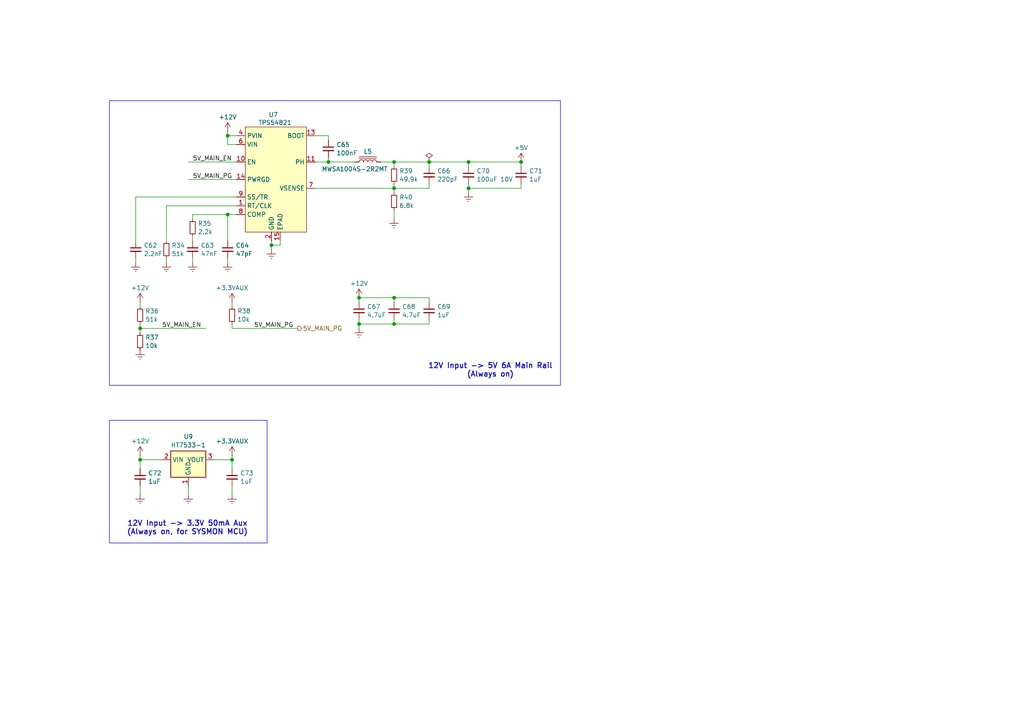
<source format=kicad_sch>
(kicad_sch (version 20231120) (generator "eeschema") (generator_version "8.0")
  (paper "A4")
  (title_block (title "Power Supply 1 (Main 5V, Aux 3.3V)"))
  (lib_symbols
    (symbol "CHIPSAlliance_Power:Earth" (power) (pin_names (offset 0))
      (symbol "Earth_0_1"
        (polyline (pts (xy -0.635 -1.905) (xy 0.635 -1.905)))
        (polyline (pts (xy -0.127 -2.54) (xy 0.127 -2.54)))
        (polyline (pts (xy 0 -1.27) (xy 0 0)))
        (polyline (pts (xy 1.27 -1.27) (xy -1.27 -1.27)))
      )
      (symbol "Earth_1_1"
        (pin power_in line (at 0 0 270) (length 0) hide (name "Earth") (number "1"))
      )
    )
    (symbol "CHIPSAlliance_Power:PWR_FLAG" (power) (pin_numbers hide) (pin_names (offset 0) hide)
      (property "Value" "PWR_FLAG" (at 0 3.81 0))
      (symbol "PWR_FLAG_0_0"
        (pin power_out line (at 0 0 90) (length 0) (name "pwr") (number "1"))
      )
      (symbol "PWR_FLAG_0_1"
        (polyline (pts (xy 0 0) (xy 0 1.27) (xy -1.016 1.905) (xy 0 2.54) (xy 1.016 1.905) (xy 0 1.27)))
      )
    )
    (symbol "CHIPSAlliance_Regulator_Switching:TPS54821"
      (property "Reference" "U" (at -5.08 16.51 0))
      (property "Value" "TPS54821" (at 5.715 16.51 0))
      (symbol "TPS54821_0_0"
        (pin passive line (at -10.16 -7.62 0) (length 2.54) (name "RT/CLK") (number "1"))
        (pin input line (at -10.16 5.08 0) (length 2.54) (name "EN") (number "10"))
        (pin power_out line (at 12.7 5.08 180) (length 2.54) (name "PH") (number "11"))
        (pin passive line (at 12.7 12.7 180) (length 2.54) (name "BOOT") (number "13"))
        (pin open_collector line (at -10.16 0 0) (length 2.54) (name "PWRGD") (number "14"))
        (pin power_in line (at 2.54 -17.78 90) (length 2.54) (name "EPAD") (number "15"))
        (pin power_in line (at 0 -17.78 90) (length 2.54) (name "GND") (number "2"))
        (pin power_in line (at -10.16 12.7 0) (length 2.54) (name "PVIN") (number "4"))
        (pin power_in line (at -10.16 10.16 0) (length 2.54) (name "VIN") (number "6"))
        (pin input line (at 12.7 -2.54 180) (length 2.54) (name "VSENSE") (number "7"))
        (pin passive line (at -10.16 -10.16 0) (length 2.54) (name "COMP") (number "8"))
        (pin passive line (at -10.16 -5.08 0) (length 2.54) (name "SS/TR") (number "9"))
      )
      (symbol "TPS54821_1_0"
        (pin passive line (at 12.7 5.08 180) (length 2.54) hide (name "PH") (number "12"))
        (pin passive line (at 0 -17.78 90) (length 2.54) hide (name "GND") (number "3"))
        (pin passive line (at -10.16 12.7 0) (length 2.54) hide (name "PVIN") (number "5"))
      )
      (symbol "TPS54821_1_1"
        (rectangle (start -7.62 15.24) (end 10.16 -15.24) (fill (type background)))
      )
    )
    (symbol "Device:C_Small" (pin_numbers hide) (pin_names (offset 0.254) hide)
      (property "Reference" "C" (at 0.254 1.778 0))
      (property "Value" "C_Small" (at 0.254 -2.032 0))
      (symbol "C_Small_0_1"
        (polyline (pts (xy -1.524 -0.508) (xy 1.524 -0.508)) (stroke (width 0.3302)))
        (polyline (pts (xy -1.524 0.508) (xy 1.524 0.508)) (stroke (width 0.3048)))
      )
      (symbol "C_Small_1_1"
        (pin passive line (at 0 2.54 270) (length 2.032) (name "~") (number "1"))
        (pin passive line (at 0 -2.54 90) (length 2.032) (name "~") (number "2"))
      )
    )
    (symbol "Device:L_Iron" (pin_numbers hide) (pin_names (offset 1.016) hide)
      (property "Reference" "L" (at -1.27 0 90))
      (property "Value" "L_Iron" (at 2.794 0 90))
      (symbol "L_Iron_0_1"
        (arc (start 0 -2.54) (mid 0.6323 -1.905) (end 0 -1.27))
        (arc (start 0 -1.27) (mid 0.6323 -0.635) (end 0 0))
        (polyline (pts (xy 1.016 2.54) (xy 1.016 -2.54)))
        (polyline (pts (xy 1.524 -2.54) (xy 1.524 2.54)))
        (arc (start 0 0) (mid 0.6323 0.635) (end 0 1.27))
        (arc (start 0 1.27) (mid 0.6323 1.905) (end 0 2.54))
      )
      (symbol "L_Iron_1_1"
        (pin passive line (at 0 3.81 270) (length 1.27) (name "1") (number "1"))
        (pin passive line (at 0 -3.81 90) (length 1.27) (name "2") (number "2"))
      )
    )
    (symbol "Device:R_Small" (pin_numbers hide) (pin_names (offset 0.254) hide)
      (property "Reference" "R" (at 0.762 0.508 0))
      (property "Value" "R_Small" (at 0.762 -1.016 0))
      (symbol "R_Small_0_1"
        (rectangle (start -0.762 1.778) (end 0.762 -1.778) (stroke (width 0.2032)))
      )
      (symbol "R_Small_1_1"
        (pin passive line (at 0 2.54 270) (length 0.762) (name "~") (number "1"))
        (pin passive line (at 0 -2.54 90) (length 0.762) (name "~") (number "2"))
      )
    )
    (symbol "Regulator_Linear:HT75xx-1-SOT89"
      (property "Reference" "U" (at -5.08 -3.81 0))
      (property "Value" "HT75xx-1-SOT89" (at 0 6.35 0))
      (symbol "HT75xx-1-SOT89_0_1"
        (rectangle (start -5.08 5.08) (end 5.08 -2.54) (stroke (width 0.254)) (fill (type background)))
      )
      (symbol "HT75xx-1-SOT89_1_1"
        (pin power_in line (at 0 -5.08 90) (length 2.54) (name "GND") (number "1"))
        (pin power_in line (at -7.62 2.54 0) (length 2.54) (name "VIN") (number "2"))
        (pin power_out line (at 7.62 2.54 180) (length 2.54) (name "VOUT") (number "3"))
      )
    )
    (symbol "power:+12V" (power) (pin_numbers hide) (pin_names (offset 0) hide)
      (property "Value" "+12V" (at 0 3.556 0))
      (symbol "+12V_0_1"
        (polyline (pts (xy -0.762 1.27) (xy 0 2.54)))
        (polyline (pts (xy 0 0) (xy 0 2.54)))
        (polyline (pts (xy 0 2.54) (xy 0.762 1.27)))
      )
      (symbol "+12V_1_1"
        (pin power_in line (at 0 0 90) (length 0) (name "~") (number "1"))
      )
    )
    (symbol "power:+5V" (power) (pin_numbers hide) (pin_names (offset 0) hide)
      (property "Value" "+5V" (at 0 3.556 0))
      (symbol "+5V_0_1"
        (polyline (pts (xy -0.762 1.27) (xy 0 2.54)))
        (polyline (pts (xy 0 0) (xy 0 2.54)))
        (polyline (pts (xy 0 2.54) (xy 0.762 1.27)))
      )
      (symbol "+5V_1_1"
        (pin power_in line (at 0 0 90) (length 0) (name "~") (number "1"))
      )
    )
  )
  (junction (at 40.64 133.35))
  (junction (at 114.3 86.36))
  (junction (at 95.25 46.99))
  (junction (at 104.14 93.98))
  (junction (at 104.14 86.36))
  (junction (at 135.89 46.99))
  (junction (at 151.13 46.99))
  (junction (at 124.46 46.99))
  (junction (at 78.74 71.12))
  (junction (at 67.31 133.35))
  (junction (at 114.3 93.98))
  (junction (at 66.04 39.37))
  (junction (at 114.3 54.61))
  (junction (at 135.89 54.61))
  (junction (at 66.04 62.23))
  (junction (at 40.64 95.25))
  (junction (at 114.3 46.99))
  (wire (pts (xy 40.64 133.35) (xy 46.99 133.35)))
  (wire (pts (xy 114.3 86.36) (xy 104.14 86.36)))
  (wire (pts (xy 55.88 63.5) (xy 55.88 62.23)))
  (wire (pts (xy 135.89 46.99) (xy 124.46 46.99)))
  (wire (pts (xy 39.37 69.85) (xy 39.37 57.15)))
  (wire (pts (xy 151.13 46.99) (xy 135.89 46.99)))
  (wire (pts (xy 67.31 132.08) (xy 67.31 133.35)))
  (wire (pts (xy 124.46 86.36) (xy 114.3 86.36)))
  (wire (pts (xy 40.64 132.08) (xy 40.64 133.35)))
  (wire (pts (xy 104.14 92.71) (xy 104.14 93.98)))
  (wire (pts (xy 39.37 76.2) (xy 39.37 74.93)))
  (wire (pts (xy 114.3 93.98) (xy 104.14 93.98)))
  (wire (pts (xy 67.31 133.35) (xy 67.31 135.89)))
  (wire (pts (xy 78.74 69.85) (xy 78.74 71.12)))
  (wire (pts (xy 135.89 53.34) (xy 135.89 54.61)))
  (wire (pts (xy 124.46 46.99) (xy 114.3 46.99)))
  (wire (pts (xy 114.3 92.71) (xy 114.3 93.98)))
  (wire (pts (xy 66.04 74.93) (xy 66.04 76.2)))
  (wire (pts (xy 135.89 54.61) (xy 135.89 55.88)))
  (wire (pts (xy 54.61 46.99) (xy 68.58 46.99)))
  (wire (pts (xy 135.89 48.26) (xy 135.89 46.99)))
  (wire (pts (xy 67.31 87.63) (xy 67.31 88.9)))
  (wire (pts (xy 54.61 52.07) (xy 68.58 52.07)))
  (wire (pts (xy 114.3 54.61) (xy 114.3 55.88)))
  (wire (pts (xy 124.46 93.98) (xy 114.3 93.98)))
  (wire (pts (xy 124.46 54.61) (xy 114.3 54.61)))
  (wire (pts (xy 114.3 60.96) (xy 114.3 63.5)))
  (wire (pts (xy 40.64 88.9) (xy 40.64 87.63)))
  (wire (pts (xy 124.46 48.26) (xy 124.46 46.99)))
  (wire (pts (xy 67.31 95.25) (xy 86.36 95.25)))
  (wire (pts (xy 39.37 57.15) (xy 68.58 57.15)))
  (wire (pts (xy 40.64 133.35) (xy 40.64 135.89)))
  (wire (pts (xy 124.46 53.34) (xy 124.46 54.61)))
  (wire (pts (xy 151.13 53.34) (xy 151.13 54.61)))
  (wire (pts (xy 110.49 46.99) (xy 114.3 46.99)))
  (wire (pts (xy 55.88 74.93) (xy 55.88 76.2)))
  (wire (pts (xy 67.31 140.97) (xy 67.31 143.51)))
  (wire (pts (xy 40.64 95.25) (xy 59.69 95.25)))
  (wire (pts (xy 78.74 71.12) (xy 78.74 72.39)))
  (wire (pts (xy 55.88 68.58) (xy 55.88 69.85)))
  (wire (pts (xy 55.88 62.23) (xy 66.04 62.23)))
  (wire (pts (xy 66.04 41.91) (xy 66.04 39.37)))
  (wire (pts (xy 91.44 46.99) (xy 95.25 46.99)))
  (wire (pts (xy 124.46 92.71) (xy 124.46 93.98)))
  (wire (pts (xy 91.44 39.37) (xy 95.25 39.37)))
  (wire (pts (xy 104.14 87.63) (xy 104.14 86.36)))
  (wire (pts (xy 114.3 53.34) (xy 114.3 54.61)))
  (wire (pts (xy 151.13 48.26) (xy 151.13 46.99)))
  (wire (pts (xy 81.28 69.85) (xy 81.28 71.12)))
  (wire (pts (xy 95.25 46.99) (xy 102.87 46.99)))
  (wire (pts (xy 48.26 59.69) (xy 68.58 59.69)))
  (wire (pts (xy 124.46 87.63) (xy 124.46 86.36)))
  (wire (pts (xy 68.58 41.91) (xy 66.04 41.91)))
  (wire (pts (xy 114.3 46.99) (xy 114.3 48.26)))
  (wire (pts (xy 66.04 39.37) (xy 68.58 39.37)))
  (wire (pts (xy 54.61 140.97) (xy 54.61 143.51)))
  (wire (pts (xy 40.64 140.97) (xy 40.64 143.51)))
  (wire (pts (xy 95.25 39.37) (xy 95.25 40.64)))
  (wire (pts (xy 91.44 54.61) (xy 114.3 54.61)))
  (wire (pts (xy 66.04 69.85) (xy 66.04 62.23)))
  (wire (pts (xy 62.23 133.35) (xy 67.31 133.35)))
  (wire (pts (xy 66.04 62.23) (xy 68.58 62.23)))
  (wire (pts (xy 114.3 86.36) (xy 114.3 87.63)))
  (wire (pts (xy 66.04 38.1) (xy 66.04 39.37)))
  (wire (pts (xy 95.25 45.72) (xy 95.25 46.99)))
  (wire (pts (xy 67.31 95.25) (xy 67.31 93.98)))
  (wire (pts (xy 48.26 59.69) (xy 48.26 69.85)))
  (wire (pts (xy 48.26 76.2) (xy 48.26 74.93)))
  (wire (pts (xy 40.64 93.98) (xy 40.64 95.25)))
  (wire (pts (xy 81.28 71.12) (xy 78.74 71.12)))
  (wire (pts (xy 104.14 93.98) (xy 104.14 95.25)))
  (wire (pts (xy 40.64 95.25) (xy 40.64 96.52)))
  (wire (pts (xy 151.13 54.61) (xy 135.89 54.61)))
  (rectangle (start 31.75 121.92) (end 77.47 157.48))
  (rectangle (start 31.75 29.21) (end 162.56 111.76))
  (text "12V Input -> 3.3V 50mA Aux\n(Always on, for SYSMON MCU)" (at 54.356 153.162 0) (effects (font (size 1.524 1.524) (thickness 0.254) (bold yes))))
  (text "12V Input -> 5V 6A Main Rail\n(Always on)" (at 142.24 107.442 0) (effects (font (size 1.524 1.524) (thickness 0.254) (bold yes))))
  (label "5V_MAIN_PG" (at 73.66 95.25 0))
  (label "5V_MAIN_EN" (at 55.88 46.99 0))
  (label "5V_MAIN_EN" (at 46.99 95.25 0))
  (label "5V_MAIN_PG" (at 55.88 52.07 0))
  (hierarchical_label "5V_MAIN_PG" (shape output) (at 86.36 95.25 0))
  (symbol (lib_id "power:+12V") (at 40.64 87.63 0) (unit 1)
    (property "Reference" "#PWR080" (effects (hide yes)))
    (property "Value" "+12V" (at 40.64 83.4969 0))
    (property "Description" "Power symbol creates a global label with name \"+12V\"" (effects (hide yes)))
  )
  (symbol (lib_id "CHIPSAlliance_Power:Earth") (at 104.14 95.25 0) (unit 1)
    (property "Reference" "#PWR084" (effects (hide yes)))
    (property "Value" "Earth" (effects (hide yes)))
    (property "Description" "Power symbol creates a global label with name \"Earth\"" (effects (hide yes)))
  )
  (symbol (lib_id "CHIPSAlliance_Power:Earth") (at 67.31 143.51 0) (unit 1)
    (property "Reference" "#PWR091" (effects (hide yes)))
    (property "Value" "Earth" (effects (hide yes)))
    (property "Description" "Power symbol creates a global label with name \"Earth\"" (effects (hide yes)))
  )
  (symbol (lib_id "Device:R_Small") (at 40.64 99.06 180) (unit 1)
    (property "Reference" "R37" (at 42.1386 97.8478 0) (effects (justify right)))
    (property "Value" "10k" (at 42.1386 100.2721 0) (effects (justify right)))
    (property "Footprint" "Resistor_SMD:R_0402_1005Metric" (effects (hide yes)))
    (property "Description" "Resistor, small symbol" (effects (hide yes)))
  )
  (symbol (lib_id "CHIPSAlliance_Power:Earth") (at 66.04 76.2 0) (unit 1)
    (property "Reference" "#PWR076" (effects (hide yes)))
    (property "Value" "Earth" (effects (hide yes)))
    (property "Description" "Power symbol creates a global label with name \"Earth\"" (effects (hide yes)))
  )
  (symbol (lib_id "CHIPSAlliance_Regulator_Switching:TPS54821") (at 78.74 52.07 0) (unit 1)
    (property "Reference" "U7" (at 79.248 33.274 0))
    (property "Value" "TPS54821" (at 79.756 35.56 0))
    (property "Footprint" "Package_DFN_QFN:Texas_VQFN-RHL-20" (effects (hide yes)))
    (property "Datasheet" "https://www.ti.com/lit/ds/symlink/tps54821.pdf" (effects (hide yes)))
    (property "Description" "4.5-V to 17-V, 8-A synchronous buck converter with hiccup current limit" (effects (hide yes)))
    (property "LCSC Part" "C57461" (effects (hide yes)))
  )
  (symbol (lib_id "Device:R_Small") (at 114.3 58.42 180) (unit 1)
    (property "Reference" "R40" (at 115.7986 57.2078 0) (effects (justify right)))
    (property "Value" "6.8k" (at 115.7986 59.6321 0) (effects (justify right)))
    (property "Footprint" "Resistor_SMD:R_0402_1005Metric" (effects (hide yes)))
    (property "Description" "Resistor, small symbol" (effects (hide yes)))
  )
  (symbol (lib_id "Device:C_Small") (at 55.88 72.39 0) (unit 1)
    (property "Reference" "C63" (at 58.2041 71.1841 0) (effects (justify left)))
    (property "Value" "47nF" (at 58.2041 73.6084 0) (effects (justify left)))
    (property "Footprint" "Capacitor_SMD:C_0402_1005Metric" (effects (hide yes)))
    (property "Description" "Unpolarized capacitor, small symbol" (effects (hide yes)))
  )
  (symbol (lib_id "Device:C_Small") (at 66.04 72.39 0) (unit 1)
    (property "Reference" "C64" (at 68.3641 71.1841 0) (effects (justify left)))
    (property "Value" "47pF" (at 68.3641 73.6084 0) (effects (justify left)))
    (property "Footprint" "Capacitor_SMD:C_0402_1005Metric" (effects (hide yes)))
    (property "Description" "Unpolarized capacitor, small symbol" (effects (hide yes)))
  )
  (symbol (lib_id "Device:R_Small") (at 114.3 50.8 180) (unit 1)
    (property "Reference" "R39" (at 115.7986 49.5878 0) (effects (justify right)))
    (property "Value" "49.9k" (at 115.7986 52.0121 0) (effects (justify right)))
    (property "Footprint" "Resistor_SMD:R_0402_1005Metric" (effects (hide yes)))
    (property "Description" "Resistor, small symbol" (effects (hide yes)))
  )
  (symbol (lib_id "CHIPSAlliance_Power:Earth") (at 40.64 101.6 0) (unit 1)
    (property "Reference" "#PWR079" (effects (hide yes)))
    (property "Value" "Earth" (effects (hide yes)))
    (property "Description" "Power symbol creates a global label with name \"Earth\"" (effects (hide yes)))
  )
  (symbol (lib_id "Device:R_Small") (at 48.26 72.39 180) (unit 1)
    (property "Reference" "R34" (at 49.7586 71.1778 0) (effects (justify right)))
    (property "Value" "51k" (at 49.7586 73.6021 0) (effects (justify right)))
    (property "Footprint" "Resistor_SMD:R_0402_1005Metric" (effects (hide yes)))
    (property "Description" "Resistor, small symbol" (effects (hide yes)))
  )
  (symbol (lib_id "Device:C_Small") (at 95.25 43.18 0) (unit 1)
    (property "Reference" "C65" (at 97.5741 41.9741 0) (effects (justify left)))
    (property "Value" "100nF" (at 97.5741 44.3984 0) (effects (justify left)))
    (property "Footprint" "Capacitor_SMD:C_0402_1005Metric" (effects (hide yes)))
    (property "Description" "Unpolarized capacitor, small symbol" (effects (hide yes)))
  )
  (symbol (lib_id "Device:C_Small") (at 124.46 50.8 0) (unit 1)
    (property "Reference" "C66" (at 126.7841 49.5941 0) (effects (justify left)))
    (property "Value" "220pF" (at 126.7841 52.0184 0) (effects (justify left)))
    (property "Footprint" "Capacitor_SMD:C_0402_1005Metric" (effects (hide yes)))
    (property "Description" "Unpolarized capacitor, small symbol" (effects (hide yes)))
  )
  (symbol (lib_id "Device:C_Small") (at 114.3 90.17 0) (unit 1)
    (property "Reference" "C68" (at 116.6241 88.9641 0) (effects (justify left)))
    (property "Value" "4.7uF" (at 116.6241 91.3884 0) (effects (justify left)))
    (property "Footprint" "Capacitor_SMD:C_0402_1005Metric" (effects (hide yes)))
    (property "Description" "Unpolarized capacitor, small symbol" (effects (hide yes)))
  )
  (symbol (lib_id "power:+5V") (at 151.13 46.99 0) (unit 1)
    (property "Reference" "#PWR086" (effects (hide yes)))
    (property "Value" "+5V" (at 151.13 42.8569 0))
    (property "Description" "Power symbol creates a global label with name \"+5V\"" (effects (hide yes)))
  )
  (symbol (lib_id "Device:C_Small") (at 135.89 50.8 0) (unit 1)
    (property "Reference" "C70" (at 138.2141 49.5941 0) (effects (justify left)))
    (property "Value" "100uF 10V" (at 138.2141 52.0184 0) (effects (justify left)))
    (property "Footprint" "Capacitor_SMD:C_1206_3216Metric" (effects (hide yes)))
    (property "Description" "Unpolarized capacitor, small symbol" (effects (hide yes)))
  )
  (symbol (lib_id "CHIPSAlliance_Power:Earth") (at 48.26 76.2 0) (unit 1)
    (property "Reference" "#PWR074" (effects (hide yes)))
    (property "Value" "Earth" (effects (hide yes)))
    (property "Description" "Power symbol creates a global label with name \"Earth\"" (effects (hide yes)))
  )
  (symbol (lib_id "Regulator_Linear:HT75xx-1-SOT89") (at 54.61 135.89 0) (unit 1)
    (property "Reference" "U9" (at 54.61 126.6655 0))
    (property "Value" "HT7533-1" (at 54.61 129.0898 0))
    (property "Footprint" "Package_TO_SOT_SMD:SOT-89-3" (effects (hide yes)))
    (property "Datasheet" "https://www.holtek.com/documents/10179/116711/HT75xx-1v250.pdf" (effects (hide yes)))
    (property "Description" "100mA Low Dropout Voltage Regulator, Fixed Output, SOT89" (effects (hide yes)))
  )
  (symbol (lib_id "Device:R_Small") (at 55.88 66.04 180) (unit 1)
    (property "Reference" "R35" (at 57.3786 64.8278 0) (effects (justify right)))
    (property "Value" "2.2k" (at 57.3786 67.2521 0) (effects (justify right)))
    (property "Footprint" "Resistor_SMD:R_0402_1005Metric" (effects (hide yes)))
    (property "Description" "Resistor, small symbol" (effects (hide yes)))
  )
  (symbol (lib_id "power:+12V") (at 67.31 132.08 0) (unit 1)
    (property "Reference" "#PWR087" (effects (hide yes)))
    (property "Value" "+3.3VAUX" (at 67.31 127.9469 0))
    (property "Description" "Power symbol creates a global label with name \"+3.3VAUX\"" (effects (hide yes)))
  )
  (symbol (lib_id "CHIPSAlliance_Power:PWR_FLAG") (at 124.46 46.99 0) (unit 1)
    (property "Reference" "#FLG03" (effects (hide yes)))
    (property "Value" "PWR_FLAG" (effects (hide yes)))
    (property "Description" "Special symbol for telling ERC where power comes from" (effects (hide yes)))
  )
  (symbol (lib_id "power:+12V") (at 104.14 86.36 0) (unit 1)
    (property "Reference" "#PWR083" (effects (hide yes)))
    (property "Value" "+12V" (at 104.14 82.2269 0))
    (property "Description" "Power symbol creates a global label with name \"+12V\"" (effects (hide yes)))
  )
  (symbol (lib_id "Device:C_Small") (at 151.13 50.8 0) (unit 1)
    (property "Reference" "C71" (at 153.4541 49.5941 0) (effects (justify left)))
    (property "Value" "1uF" (at 153.4541 52.0184 0) (effects (justify left)))
    (property "Footprint" "Capacitor_SMD:C_0402_1005Metric" (effects (hide yes)))
    (property "Description" "Unpolarized capacitor, small symbol" (effects (hide yes)))
  )
  (symbol (lib_id "Device:C_Small") (at 124.46 90.17 0) (unit 1)
    (property "Reference" "C69" (at 126.7841 88.9641 0) (effects (justify left)))
    (property "Value" "1uF" (at 126.7841 91.3884 0) (effects (justify left)))
    (property "Footprint" "Capacitor_SMD:C_0402_1005Metric" (effects (hide yes)))
    (property "Description" "Unpolarized capacitor, small symbol" (effects (hide yes)))
  )
  (symbol (lib_id "Device:C_Small") (at 39.37 72.39 0) (unit 1)
    (property "Reference" "C62" (at 41.6941 71.1841 0) (effects (justify left)))
    (property "Value" "2.2nF" (at 41.6941 73.6084 0) (effects (justify left)))
    (property "Footprint" "Capacitor_SMD:C_0402_1005Metric" (effects (hide yes)))
    (property "Description" "Unpolarized capacitor, small symbol" (effects (hide yes)))
  )
  (symbol (lib_id "Device:C_Small") (at 104.14 90.17 0) (unit 1)
    (property "Reference" "C67" (at 106.4641 88.9641 0) (effects (justify left)))
    (property "Value" "4.7uF" (at 106.4641 91.3884 0) (effects (justify left)))
    (property "Footprint" "Capacitor_SMD:C_0402_1005Metric" (effects (hide yes)))
    (property "Description" "Unpolarized capacitor, small symbol" (effects (hide yes)))
  )
  (symbol (lib_id "Device:L_Iron") (at 106.68 46.99 90) (unit 1)
    (property "Reference" "L5" (at 106.68 43.942 90))
    (property "Value" "MWSA1004S-2R2MT" (at 102.87 49.022 90))
    (property "Footprint" "Inductor_SMD:L_Sunlord_MWSA1004S" (effects (hide yes)))
    (property "Datasheet" "https://atta.szlcsc.com/upload/public/pdf/source/20231024/D9DB0CBBB5804BFBC9233D4A02F4216A.pdf" (effects (hide yes)))
    (property "Description" "Inductor with iron core" (effects (hide yes)))
    (property "LCSC Part" "C408482" (effects (hide yes)))
  )
  (symbol (lib_id "power:+12V") (at 66.04 38.1 0) (unit 1)
    (property "Reference" "#PWR078" (effects (hide yes)))
    (property "Value" "+12V" (at 66.04 33.9669 0))
    (property "Description" "Power symbol creates a global label with name \"+12V\"" (effects (hide yes)))
  )
  (symbol (lib_id "CHIPSAlliance_Power:Earth") (at 55.88 76.2 0) (unit 1)
    (property "Reference" "#PWR075" (effects (hide yes)))
    (property "Value" "Earth" (effects (hide yes)))
    (property "Description" "Power symbol creates a global label with name \"Earth\"" (effects (hide yes)))
  )
  (symbol (lib_id "CHIPSAlliance_Power:Earth") (at 78.74 72.39 0) (unit 1)
    (property "Reference" "#PWR077" (effects (hide yes)))
    (property "Value" "Earth" (effects (hide yes)))
    (property "Description" "Power symbol creates a global label with name \"Earth\"" (effects (hide yes)))
  )
  (symbol (lib_id "CHIPSAlliance_Power:Earth") (at 39.37 76.2 0) (unit 1)
    (property "Reference" "#PWR073" (effects (hide yes)))
    (property "Value" "Earth" (effects (hide yes)))
    (property "Description" "Power symbol creates a global label with name \"Earth\"" (effects (hide yes)))
  )
  (symbol (lib_id "CHIPSAlliance_Power:Earth") (at 40.64 143.51 0) (unit 1)
    (property "Reference" "#PWR089" (effects (hide yes)))
    (property "Value" "Earth" (effects (hide yes)))
    (property "Description" "Power symbol creates a global label with name \"Earth\"" (effects (hide yes)))
  )
  (symbol (lib_id "Device:C_Small") (at 67.31 138.43 0) (unit 1)
    (property "Reference" "C73" (at 69.6341 137.2241 0) (effects (justify left)))
    (property "Value" "1uF" (at 69.6341 139.6484 0) (effects (justify left)))
    (property "Footprint" "Capacitor_SMD:C_0402_1005Metric" (effects (hide yes)))
    (property "Description" "Unpolarized capacitor, small symbol" (effects (hide yes)))
  )
  (symbol (lib_id "Device:C_Small") (at 40.64 138.43 0) (unit 1)
    (property "Reference" "C72" (at 42.9641 137.2241 0) (effects (justify left)))
    (property "Value" "1uF" (at 42.9641 139.6484 0) (effects (justify left)))
    (property "Footprint" "Capacitor_SMD:C_0402_1005Metric" (effects (hide yes)))
    (property "Description" "Unpolarized capacitor, small symbol" (effects (hide yes)))
  )
  (symbol (lib_id "Device:R_Small") (at 40.64 91.44 180) (unit 1)
    (property "Reference" "R36" (at 42.1386 90.2278 0) (effects (justify right)))
    (property "Value" "51k" (at 42.1386 92.6521 0) (effects (justify right)))
    (property "Footprint" "Resistor_SMD:R_0402_1005Metric" (effects (hide yes)))
    (property "Description" "Resistor, small symbol" (effects (hide yes)))
  )
  (symbol (lib_id "power:+12V") (at 40.64 132.08 0) (unit 1)
    (property "Reference" "#PWR088" (effects (hide yes)))
    (property "Value" "+12V" (at 40.64 127.9469 0))
    (property "Description" "Power symbol creates a global label with name \"+12V\"" (effects (hide yes)))
  )
  (symbol (lib_id "CHIPSAlliance_Power:Earth") (at 114.3 63.5 0) (unit 1)
    (property "Reference" "#PWR082" (effects (hide yes)))
    (property "Value" "Earth" (effects (hide yes)))
    (property "Description" "Power symbol creates a global label with name \"Earth\"" (effects (hide yes)))
  )
  (symbol (lib_id "CHIPSAlliance_Power:Earth") (at 135.89 55.88 0) (unit 1)
    (property "Reference" "#PWR085" (effects (hide yes)))
    (property "Value" "Earth" (effects (hide yes)))
    (property "Description" "Power symbol creates a global label with name \"Earth\"" (effects (hide yes)))
  )
  (symbol (lib_id "power:+12V") (at 67.31 87.63 0) (unit 1)
    (property "Reference" "#PWR081" (effects (hide yes)))
    (property "Value" "+3.3VAUX" (at 67.31 83.4969 0))
    (property "Description" "Power symbol creates a global label with name \"+3.3VAUX\"" (effects (hide yes)))
  )
  (symbol (lib_id "Device:R_Small") (at 67.31 91.44 180) (unit 1)
    (property "Reference" "R38" (at 68.8086 90.2278 0) (effects (justify right)))
    (property "Value" "10k" (at 68.8086 92.6521 0) (effects (justify right)))
    (property "Footprint" "Resistor_SMD:R_0402_1005Metric" (effects (hide yes)))
    (property "Description" "Resistor, small symbol" (effects (hide yes)))
  )
  (symbol (lib_id "CHIPSAlliance_Power:Earth") (at 54.61 143.51 0) (unit 1)
    (property "Reference" "#PWR090" (effects (hide yes)))
    (property "Value" "Earth" (effects (hide yes)))
    (property "Description" "Power symbol creates a global label with name \"Earth\"" (effects (hide yes)))
  )
)
</source>
